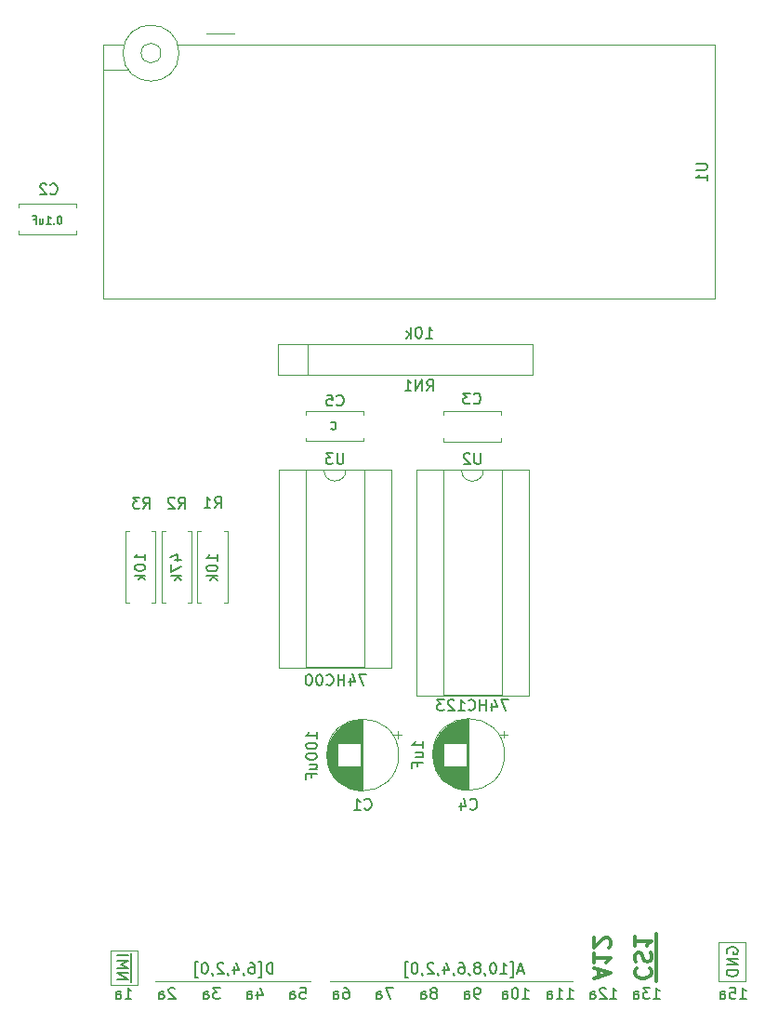
<source format=gbr>
G04 #@! TF.GenerationSoftware,KiCad,Pcbnew,(6.0.9)*
G04 #@! TF.CreationDate,2023-08-06T15:24:48+02:00*
G04 #@! TF.ProjectId,p2000t-multicartridge-zif,70323030-3074-42d6-9d75-6c7469636172,rev?*
G04 #@! TF.SameCoordinates,Original*
G04 #@! TF.FileFunction,Legend,Bot*
G04 #@! TF.FilePolarity,Positive*
%FSLAX46Y46*%
G04 Gerber Fmt 4.6, Leading zero omitted, Abs format (unit mm)*
G04 Created by KiCad (PCBNEW (6.0.9)) date 2023-08-06 15:24:48*
%MOMM*%
%LPD*%
G01*
G04 APERTURE LIST*
%ADD10C,0.120000*%
%ADD11C,0.150000*%
%ADD12C,0.300000*%
%ADD13C,2.000000*%
%ADD14R,1.600000X1.600000*%
%ADD15O,1.600000X1.600000*%
%ADD16C,1.600000*%
%ADD17R,2.000000X10.000000*%
%ADD18R,1.440000X2.000000*%
%ADD19O,1.440000X2.000000*%
G04 APERTURE END LIST*
D10*
X96251000Y-131445000D02*
X74153000Y-131445000D01*
X72375000Y-131445000D02*
X58278000Y-131445000D01*
X54197000Y-131745000D02*
X54197000Y-128645000D01*
X111999000Y-131451000D02*
X109586000Y-131451000D01*
X111999000Y-127895000D02*
X111999000Y-131451000D01*
X109586000Y-127895000D02*
X111999000Y-127895000D01*
X109586000Y-131451000D02*
X109586000Y-127895000D01*
X56647000Y-131745000D02*
X54197000Y-131745000D01*
X54197000Y-128645000D02*
X56647000Y-128645000D01*
X56647000Y-128645000D02*
X56647000Y-131745000D01*
D11*
X111498857Y-133040380D02*
X112070285Y-133040380D01*
X111784571Y-133040380D02*
X111784571Y-132040380D01*
X111879809Y-132183238D01*
X111975047Y-132278476D01*
X112070285Y-132326095D01*
X110594095Y-132040380D02*
X111070285Y-132040380D01*
X111117904Y-132516571D01*
X111070285Y-132468952D01*
X110975047Y-132421333D01*
X110736952Y-132421333D01*
X110641714Y-132468952D01*
X110594095Y-132516571D01*
X110546476Y-132611809D01*
X110546476Y-132849904D01*
X110594095Y-132945142D01*
X110641714Y-132992761D01*
X110736952Y-133040380D01*
X110975047Y-133040380D01*
X111070285Y-132992761D01*
X111117904Y-132945142D01*
X109689333Y-133040380D02*
X109689333Y-132516571D01*
X109736952Y-132421333D01*
X109832190Y-132373714D01*
X110022666Y-132373714D01*
X110117904Y-132421333D01*
X109689333Y-132992761D02*
X109784571Y-133040380D01*
X110022666Y-133040380D01*
X110117904Y-132992761D01*
X110165523Y-132897523D01*
X110165523Y-132802285D01*
X110117904Y-132707047D01*
X110022666Y-132659428D01*
X109784571Y-132659428D01*
X109689333Y-132611809D01*
D12*
X103846000Y-131464571D02*
X103846000Y-129964571D01*
X102065285Y-130250285D02*
X101993857Y-130321714D01*
X101922428Y-130536000D01*
X101922428Y-130678857D01*
X101993857Y-130893142D01*
X102136714Y-131036000D01*
X102279571Y-131107428D01*
X102565285Y-131178857D01*
X102779571Y-131178857D01*
X103065285Y-131107428D01*
X103208142Y-131036000D01*
X103351000Y-130893142D01*
X103422428Y-130678857D01*
X103422428Y-130536000D01*
X103351000Y-130321714D01*
X103279571Y-130250285D01*
X103846000Y-129964571D02*
X103846000Y-128536000D01*
X101993857Y-129678857D02*
X101922428Y-129464571D01*
X101922428Y-129107428D01*
X101993857Y-128964571D01*
X102065285Y-128893142D01*
X102208142Y-128821714D01*
X102351000Y-128821714D01*
X102493857Y-128893142D01*
X102565285Y-128964571D01*
X102636714Y-129107428D01*
X102708142Y-129393142D01*
X102779571Y-129536000D01*
X102851000Y-129607428D01*
X102993857Y-129678857D01*
X103136714Y-129678857D01*
X103279571Y-129607428D01*
X103351000Y-129536000D01*
X103422428Y-129393142D01*
X103422428Y-129036000D01*
X103351000Y-128821714D01*
X103846000Y-128536000D02*
X103846000Y-127107428D01*
X101922428Y-127393142D02*
X101922428Y-128250285D01*
X101922428Y-127821714D02*
X103422428Y-127821714D01*
X103208142Y-127964571D01*
X103065285Y-128107428D01*
X102993857Y-128250285D01*
X98668000Y-131071714D02*
X98668000Y-130357428D01*
X98239428Y-131214571D02*
X99739428Y-130714571D01*
X98239428Y-130214571D01*
X98239428Y-128928857D02*
X98239428Y-129786000D01*
X98239428Y-129357428D02*
X99739428Y-129357428D01*
X99525142Y-129500285D01*
X99382285Y-129643142D01*
X99310857Y-129786000D01*
X99596571Y-128357428D02*
X99668000Y-128286000D01*
X99739428Y-128143142D01*
X99739428Y-127786000D01*
X99668000Y-127643142D01*
X99596571Y-127571714D01*
X99453714Y-127500285D01*
X99310857Y-127500285D01*
X99096571Y-127571714D01*
X98239428Y-128428857D01*
X98239428Y-127500285D01*
D11*
X91773571Y-130468666D02*
X91297380Y-130468666D01*
X91868809Y-130754380D02*
X91535476Y-129754380D01*
X91202142Y-130754380D01*
X90583095Y-131087714D02*
X90821190Y-131087714D01*
X90821190Y-129659142D01*
X90583095Y-129659142D01*
X89678333Y-130754380D02*
X90249761Y-130754380D01*
X89964047Y-130754380D02*
X89964047Y-129754380D01*
X90059285Y-129897238D01*
X90154523Y-129992476D01*
X90249761Y-130040095D01*
X89059285Y-129754380D02*
X88964047Y-129754380D01*
X88868809Y-129802000D01*
X88821190Y-129849619D01*
X88773571Y-129944857D01*
X88725952Y-130135333D01*
X88725952Y-130373428D01*
X88773571Y-130563904D01*
X88821190Y-130659142D01*
X88868809Y-130706761D01*
X88964047Y-130754380D01*
X89059285Y-130754380D01*
X89154523Y-130706761D01*
X89202142Y-130659142D01*
X89249761Y-130563904D01*
X89297380Y-130373428D01*
X89297380Y-130135333D01*
X89249761Y-129944857D01*
X89202142Y-129849619D01*
X89154523Y-129802000D01*
X89059285Y-129754380D01*
X88249761Y-130706761D02*
X88249761Y-130754380D01*
X88297380Y-130849619D01*
X88345000Y-130897238D01*
X87678333Y-130182952D02*
X87773571Y-130135333D01*
X87821190Y-130087714D01*
X87868809Y-129992476D01*
X87868809Y-129944857D01*
X87821190Y-129849619D01*
X87773571Y-129802000D01*
X87678333Y-129754380D01*
X87487857Y-129754380D01*
X87392619Y-129802000D01*
X87345000Y-129849619D01*
X87297380Y-129944857D01*
X87297380Y-129992476D01*
X87345000Y-130087714D01*
X87392619Y-130135333D01*
X87487857Y-130182952D01*
X87678333Y-130182952D01*
X87773571Y-130230571D01*
X87821190Y-130278190D01*
X87868809Y-130373428D01*
X87868809Y-130563904D01*
X87821190Y-130659142D01*
X87773571Y-130706761D01*
X87678333Y-130754380D01*
X87487857Y-130754380D01*
X87392619Y-130706761D01*
X87345000Y-130659142D01*
X87297380Y-130563904D01*
X87297380Y-130373428D01*
X87345000Y-130278190D01*
X87392619Y-130230571D01*
X87487857Y-130182952D01*
X86821190Y-130706761D02*
X86821190Y-130754380D01*
X86868809Y-130849619D01*
X86916428Y-130897238D01*
X85964047Y-129754380D02*
X86154523Y-129754380D01*
X86249761Y-129802000D01*
X86297380Y-129849619D01*
X86392619Y-129992476D01*
X86440238Y-130182952D01*
X86440238Y-130563904D01*
X86392619Y-130659142D01*
X86345000Y-130706761D01*
X86249761Y-130754380D01*
X86059285Y-130754380D01*
X85964047Y-130706761D01*
X85916428Y-130659142D01*
X85868809Y-130563904D01*
X85868809Y-130325809D01*
X85916428Y-130230571D01*
X85964047Y-130182952D01*
X86059285Y-130135333D01*
X86249761Y-130135333D01*
X86345000Y-130182952D01*
X86392619Y-130230571D01*
X86440238Y-130325809D01*
X85392619Y-130706761D02*
X85392619Y-130754380D01*
X85440238Y-130849619D01*
X85487857Y-130897238D01*
X84535476Y-130087714D02*
X84535476Y-130754380D01*
X84773571Y-129706761D02*
X85011666Y-130421047D01*
X84392619Y-130421047D01*
X83964047Y-130706761D02*
X83964047Y-130754380D01*
X84011666Y-130849619D01*
X84059285Y-130897238D01*
X83583095Y-129849619D02*
X83535476Y-129802000D01*
X83440238Y-129754380D01*
X83202142Y-129754380D01*
X83106904Y-129802000D01*
X83059285Y-129849619D01*
X83011666Y-129944857D01*
X83011666Y-130040095D01*
X83059285Y-130182952D01*
X83630714Y-130754380D01*
X83011666Y-130754380D01*
X82535476Y-130706761D02*
X82535476Y-130754380D01*
X82583095Y-130849619D01*
X82630714Y-130897238D01*
X81916428Y-129754380D02*
X81821190Y-129754380D01*
X81725952Y-129802000D01*
X81678333Y-129849619D01*
X81630714Y-129944857D01*
X81583095Y-130135333D01*
X81583095Y-130373428D01*
X81630714Y-130563904D01*
X81678333Y-130659142D01*
X81725952Y-130706761D01*
X81821190Y-130754380D01*
X81916428Y-130754380D01*
X82011666Y-130706761D01*
X82059285Y-130659142D01*
X82106904Y-130563904D01*
X82154523Y-130373428D01*
X82154523Y-130135333D01*
X82106904Y-129944857D01*
X82059285Y-129849619D01*
X82011666Y-129802000D01*
X81916428Y-129754380D01*
X81249761Y-131087714D02*
X81011666Y-131087714D01*
X81011666Y-129659142D01*
X81249761Y-129659142D01*
X68937619Y-130754380D02*
X68937619Y-129754380D01*
X68699523Y-129754380D01*
X68556666Y-129802000D01*
X68461428Y-129897238D01*
X68413809Y-129992476D01*
X68366190Y-130182952D01*
X68366190Y-130325809D01*
X68413809Y-130516285D01*
X68461428Y-130611523D01*
X68556666Y-130706761D01*
X68699523Y-130754380D01*
X68937619Y-130754380D01*
X67651904Y-131087714D02*
X67890000Y-131087714D01*
X67890000Y-129659142D01*
X67651904Y-129659142D01*
X66842380Y-129754380D02*
X67032857Y-129754380D01*
X67128095Y-129802000D01*
X67175714Y-129849619D01*
X67270952Y-129992476D01*
X67318571Y-130182952D01*
X67318571Y-130563904D01*
X67270952Y-130659142D01*
X67223333Y-130706761D01*
X67128095Y-130754380D01*
X66937619Y-130754380D01*
X66842380Y-130706761D01*
X66794761Y-130659142D01*
X66747142Y-130563904D01*
X66747142Y-130325809D01*
X66794761Y-130230571D01*
X66842380Y-130182952D01*
X66937619Y-130135333D01*
X67128095Y-130135333D01*
X67223333Y-130182952D01*
X67270952Y-130230571D01*
X67318571Y-130325809D01*
X66270952Y-130706761D02*
X66270952Y-130754380D01*
X66318571Y-130849619D01*
X66366190Y-130897238D01*
X65413809Y-130087714D02*
X65413809Y-130754380D01*
X65651904Y-129706761D02*
X65890000Y-130421047D01*
X65270952Y-130421047D01*
X64842380Y-130706761D02*
X64842380Y-130754380D01*
X64890000Y-130849619D01*
X64937619Y-130897238D01*
X64461428Y-129849619D02*
X64413809Y-129802000D01*
X64318571Y-129754380D01*
X64080476Y-129754380D01*
X63985238Y-129802000D01*
X63937619Y-129849619D01*
X63890000Y-129944857D01*
X63890000Y-130040095D01*
X63937619Y-130182952D01*
X64509047Y-130754380D01*
X63890000Y-130754380D01*
X63413809Y-130706761D02*
X63413809Y-130754380D01*
X63461428Y-130849619D01*
X63509047Y-130897238D01*
X62794761Y-129754380D02*
X62699523Y-129754380D01*
X62604285Y-129802000D01*
X62556666Y-129849619D01*
X62509047Y-129944857D01*
X62461428Y-130135333D01*
X62461428Y-130373428D01*
X62509047Y-130563904D01*
X62556666Y-130659142D01*
X62604285Y-130706761D01*
X62699523Y-130754380D01*
X62794761Y-130754380D01*
X62890000Y-130706761D01*
X62937619Y-130659142D01*
X62985238Y-130563904D01*
X63032857Y-130373428D01*
X63032857Y-130135333D01*
X62985238Y-129944857D01*
X62937619Y-129849619D01*
X62890000Y-129802000D01*
X62794761Y-129754380D01*
X62128095Y-131087714D02*
X61890000Y-131087714D01*
X61890000Y-129659142D01*
X62128095Y-129659142D01*
X55510666Y-133040380D02*
X56082095Y-133040380D01*
X55796380Y-133040380D02*
X55796380Y-132040380D01*
X55891619Y-132183238D01*
X55986857Y-132278476D01*
X56082095Y-132326095D01*
X54653523Y-133040380D02*
X54653523Y-132516571D01*
X54701142Y-132421333D01*
X54796380Y-132373714D01*
X54986857Y-132373714D01*
X55082095Y-132421333D01*
X54653523Y-132992761D02*
X54748761Y-133040380D01*
X54986857Y-133040380D01*
X55082095Y-132992761D01*
X55129714Y-132897523D01*
X55129714Y-132802285D01*
X55082095Y-132707047D01*
X54986857Y-132659428D01*
X54748761Y-132659428D01*
X54653523Y-132611809D01*
X56077000Y-131528333D02*
X56077000Y-130480714D01*
X54794619Y-131290238D02*
X55794619Y-131290238D01*
X54794619Y-130718809D01*
X55794619Y-130718809D01*
X56077000Y-130480714D02*
X56077000Y-129337857D01*
X54794619Y-130242619D02*
X55794619Y-130242619D01*
X55080333Y-129909285D01*
X55794619Y-129575952D01*
X54794619Y-129575952D01*
X56077000Y-129337857D02*
X56077000Y-128861666D01*
X54794619Y-129099761D02*
X55794619Y-129099761D01*
X110356000Y-128911095D02*
X110308380Y-128815857D01*
X110308380Y-128673000D01*
X110356000Y-128530142D01*
X110451238Y-128434904D01*
X110546476Y-128387285D01*
X110736952Y-128339666D01*
X110879809Y-128339666D01*
X111070285Y-128387285D01*
X111165523Y-128434904D01*
X111260761Y-128530142D01*
X111308380Y-128673000D01*
X111308380Y-128768238D01*
X111260761Y-128911095D01*
X111213142Y-128958714D01*
X110879809Y-128958714D01*
X110879809Y-128768238D01*
X111308380Y-129387285D02*
X110308380Y-129387285D01*
X111308380Y-129958714D01*
X110308380Y-129958714D01*
X111308380Y-130434904D02*
X110308380Y-130434904D01*
X110308380Y-130673000D01*
X110356000Y-130815857D01*
X110451238Y-130911095D01*
X110546476Y-130958714D01*
X110736952Y-131006333D01*
X110879809Y-131006333D01*
X111070285Y-130958714D01*
X111165523Y-130911095D01*
X111260761Y-130815857D01*
X111308380Y-130673000D01*
X111308380Y-130434904D01*
X99687857Y-133040380D02*
X100259285Y-133040380D01*
X99973571Y-133040380D02*
X99973571Y-132040380D01*
X100068809Y-132183238D01*
X100164047Y-132278476D01*
X100259285Y-132326095D01*
X99306904Y-132135619D02*
X99259285Y-132088000D01*
X99164047Y-132040380D01*
X98925952Y-132040380D01*
X98830714Y-132088000D01*
X98783095Y-132135619D01*
X98735476Y-132230857D01*
X98735476Y-132326095D01*
X98783095Y-132468952D01*
X99354523Y-133040380D01*
X98735476Y-133040380D01*
X97878333Y-133040380D02*
X97878333Y-132516571D01*
X97925952Y-132421333D01*
X98021190Y-132373714D01*
X98211666Y-132373714D01*
X98306904Y-132421333D01*
X97878333Y-132992761D02*
X97973571Y-133040380D01*
X98211666Y-133040380D01*
X98306904Y-132992761D01*
X98354523Y-132897523D01*
X98354523Y-132802285D01*
X98306904Y-132707047D01*
X98211666Y-132659428D01*
X97973571Y-132659428D01*
X97878333Y-132611809D01*
X71446285Y-132040380D02*
X71922476Y-132040380D01*
X71970095Y-132516571D01*
X71922476Y-132468952D01*
X71827238Y-132421333D01*
X71589142Y-132421333D01*
X71493904Y-132468952D01*
X71446285Y-132516571D01*
X71398666Y-132611809D01*
X71398666Y-132849904D01*
X71446285Y-132945142D01*
X71493904Y-132992761D01*
X71589142Y-133040380D01*
X71827238Y-133040380D01*
X71922476Y-132992761D01*
X71970095Y-132945142D01*
X70541523Y-133040380D02*
X70541523Y-132516571D01*
X70589142Y-132421333D01*
X70684380Y-132373714D01*
X70874857Y-132373714D01*
X70970095Y-132421333D01*
X70541523Y-132992761D02*
X70636761Y-133040380D01*
X70874857Y-133040380D01*
X70970095Y-132992761D01*
X71017714Y-132897523D01*
X71017714Y-132802285D01*
X70970095Y-132707047D01*
X70874857Y-132659428D01*
X70636761Y-132659428D01*
X70541523Y-132611809D01*
X64143714Y-132040380D02*
X63524666Y-132040380D01*
X63858000Y-132421333D01*
X63715142Y-132421333D01*
X63619904Y-132468952D01*
X63572285Y-132516571D01*
X63524666Y-132611809D01*
X63524666Y-132849904D01*
X63572285Y-132945142D01*
X63619904Y-132992761D01*
X63715142Y-133040380D01*
X64000857Y-133040380D01*
X64096095Y-132992761D01*
X64143714Y-132945142D01*
X62667523Y-133040380D02*
X62667523Y-132516571D01*
X62715142Y-132421333D01*
X62810380Y-132373714D01*
X63000857Y-132373714D01*
X63096095Y-132421333D01*
X62667523Y-132992761D02*
X62762761Y-133040380D01*
X63000857Y-133040380D01*
X63096095Y-132992761D01*
X63143714Y-132897523D01*
X63143714Y-132802285D01*
X63096095Y-132707047D01*
X63000857Y-132659428D01*
X62762761Y-132659428D01*
X62667523Y-132611809D01*
X103624857Y-133040380D02*
X104196285Y-133040380D01*
X103910571Y-133040380D02*
X103910571Y-132040380D01*
X104005809Y-132183238D01*
X104101047Y-132278476D01*
X104196285Y-132326095D01*
X103291523Y-132040380D02*
X102672476Y-132040380D01*
X103005809Y-132421333D01*
X102862952Y-132421333D01*
X102767714Y-132468952D01*
X102720095Y-132516571D01*
X102672476Y-132611809D01*
X102672476Y-132849904D01*
X102720095Y-132945142D01*
X102767714Y-132992761D01*
X102862952Y-133040380D01*
X103148666Y-133040380D01*
X103243904Y-132992761D01*
X103291523Y-132945142D01*
X101815333Y-133040380D02*
X101815333Y-132516571D01*
X101862952Y-132421333D01*
X101958190Y-132373714D01*
X102148666Y-132373714D01*
X102243904Y-132421333D01*
X101815333Y-132992761D02*
X101910571Y-133040380D01*
X102148666Y-133040380D01*
X102243904Y-132992761D01*
X102291523Y-132897523D01*
X102291523Y-132802285D01*
X102243904Y-132707047D01*
X102148666Y-132659428D01*
X101910571Y-132659428D01*
X101815333Y-132611809D01*
X91686857Y-133040380D02*
X92258285Y-133040380D01*
X91972571Y-133040380D02*
X91972571Y-132040380D01*
X92067809Y-132183238D01*
X92163047Y-132278476D01*
X92258285Y-132326095D01*
X91067809Y-132040380D02*
X90972571Y-132040380D01*
X90877333Y-132088000D01*
X90829714Y-132135619D01*
X90782095Y-132230857D01*
X90734476Y-132421333D01*
X90734476Y-132659428D01*
X90782095Y-132849904D01*
X90829714Y-132945142D01*
X90877333Y-132992761D01*
X90972571Y-133040380D01*
X91067809Y-133040380D01*
X91163047Y-132992761D01*
X91210666Y-132945142D01*
X91258285Y-132849904D01*
X91305904Y-132659428D01*
X91305904Y-132421333D01*
X91258285Y-132230857D01*
X91210666Y-132135619D01*
X91163047Y-132088000D01*
X91067809Y-132040380D01*
X89877333Y-133040380D02*
X89877333Y-132516571D01*
X89924952Y-132421333D01*
X90020190Y-132373714D01*
X90210666Y-132373714D01*
X90305904Y-132421333D01*
X89877333Y-132992761D02*
X89972571Y-133040380D01*
X90210666Y-133040380D01*
X90305904Y-132992761D01*
X90353523Y-132897523D01*
X90353523Y-132802285D01*
X90305904Y-132707047D01*
X90210666Y-132659428D01*
X89972571Y-132659428D01*
X89877333Y-132611809D01*
X75430904Y-132040380D02*
X75621380Y-132040380D01*
X75716619Y-132088000D01*
X75764238Y-132135619D01*
X75859476Y-132278476D01*
X75907095Y-132468952D01*
X75907095Y-132849904D01*
X75859476Y-132945142D01*
X75811857Y-132992761D01*
X75716619Y-133040380D01*
X75526142Y-133040380D01*
X75430904Y-132992761D01*
X75383285Y-132945142D01*
X75335666Y-132849904D01*
X75335666Y-132611809D01*
X75383285Y-132516571D01*
X75430904Y-132468952D01*
X75526142Y-132421333D01*
X75716619Y-132421333D01*
X75811857Y-132468952D01*
X75859476Y-132516571D01*
X75907095Y-132611809D01*
X74478523Y-133040380D02*
X74478523Y-132516571D01*
X74526142Y-132421333D01*
X74621380Y-132373714D01*
X74811857Y-132373714D01*
X74907095Y-132421333D01*
X74478523Y-132992761D02*
X74573761Y-133040380D01*
X74811857Y-133040380D01*
X74907095Y-132992761D01*
X74954714Y-132897523D01*
X74954714Y-132802285D01*
X74907095Y-132707047D01*
X74811857Y-132659428D01*
X74573761Y-132659428D01*
X74478523Y-132611809D01*
X83717619Y-132468952D02*
X83812857Y-132421333D01*
X83860476Y-132373714D01*
X83908095Y-132278476D01*
X83908095Y-132230857D01*
X83860476Y-132135619D01*
X83812857Y-132088000D01*
X83717619Y-132040380D01*
X83527142Y-132040380D01*
X83431904Y-132088000D01*
X83384285Y-132135619D01*
X83336666Y-132230857D01*
X83336666Y-132278476D01*
X83384285Y-132373714D01*
X83431904Y-132421333D01*
X83527142Y-132468952D01*
X83717619Y-132468952D01*
X83812857Y-132516571D01*
X83860476Y-132564190D01*
X83908095Y-132659428D01*
X83908095Y-132849904D01*
X83860476Y-132945142D01*
X83812857Y-132992761D01*
X83717619Y-133040380D01*
X83527142Y-133040380D01*
X83431904Y-132992761D01*
X83384285Y-132945142D01*
X83336666Y-132849904D01*
X83336666Y-132659428D01*
X83384285Y-132564190D01*
X83431904Y-132516571D01*
X83527142Y-132468952D01*
X82479523Y-133040380D02*
X82479523Y-132516571D01*
X82527142Y-132421333D01*
X82622380Y-132373714D01*
X82812857Y-132373714D01*
X82908095Y-132421333D01*
X82479523Y-132992761D02*
X82574761Y-133040380D01*
X82812857Y-133040380D01*
X82908095Y-132992761D01*
X82955714Y-132897523D01*
X82955714Y-132802285D01*
X82908095Y-132707047D01*
X82812857Y-132659428D01*
X82574761Y-132659428D01*
X82479523Y-132611809D01*
X67556904Y-132373714D02*
X67556904Y-133040380D01*
X67795000Y-131992761D02*
X68033095Y-132707047D01*
X67414047Y-132707047D01*
X66604523Y-133040380D02*
X66604523Y-132516571D01*
X66652142Y-132421333D01*
X66747380Y-132373714D01*
X66937857Y-132373714D01*
X67033095Y-132421333D01*
X66604523Y-132992761D02*
X66699761Y-133040380D01*
X66937857Y-133040380D01*
X67033095Y-132992761D01*
X67080714Y-132897523D01*
X67080714Y-132802285D01*
X67033095Y-132707047D01*
X66937857Y-132659428D01*
X66699761Y-132659428D01*
X66604523Y-132611809D01*
X60032095Y-132135619D02*
X59984476Y-132088000D01*
X59889238Y-132040380D01*
X59651142Y-132040380D01*
X59555904Y-132088000D01*
X59508285Y-132135619D01*
X59460666Y-132230857D01*
X59460666Y-132326095D01*
X59508285Y-132468952D01*
X60079714Y-133040380D01*
X59460666Y-133040380D01*
X58603523Y-133040380D02*
X58603523Y-132516571D01*
X58651142Y-132421333D01*
X58746380Y-132373714D01*
X58936857Y-132373714D01*
X59032095Y-132421333D01*
X58603523Y-132992761D02*
X58698761Y-133040380D01*
X58936857Y-133040380D01*
X59032095Y-132992761D01*
X59079714Y-132897523D01*
X59079714Y-132802285D01*
X59032095Y-132707047D01*
X58936857Y-132659428D01*
X58698761Y-132659428D01*
X58603523Y-132611809D01*
X79891714Y-132040380D02*
X79225047Y-132040380D01*
X79653619Y-133040380D01*
X78415523Y-133040380D02*
X78415523Y-132516571D01*
X78463142Y-132421333D01*
X78558380Y-132373714D01*
X78748857Y-132373714D01*
X78844095Y-132421333D01*
X78415523Y-132992761D02*
X78510761Y-133040380D01*
X78748857Y-133040380D01*
X78844095Y-132992761D01*
X78891714Y-132897523D01*
X78891714Y-132802285D01*
X78844095Y-132707047D01*
X78748857Y-132659428D01*
X78510761Y-132659428D01*
X78415523Y-132611809D01*
X95750857Y-133040380D02*
X96322285Y-133040380D01*
X96036571Y-133040380D02*
X96036571Y-132040380D01*
X96131809Y-132183238D01*
X96227047Y-132278476D01*
X96322285Y-132326095D01*
X94798476Y-133040380D02*
X95369904Y-133040380D01*
X95084190Y-133040380D02*
X95084190Y-132040380D01*
X95179428Y-132183238D01*
X95274666Y-132278476D01*
X95369904Y-132326095D01*
X93941333Y-133040380D02*
X93941333Y-132516571D01*
X93988952Y-132421333D01*
X94084190Y-132373714D01*
X94274666Y-132373714D01*
X94369904Y-132421333D01*
X93941333Y-132992761D02*
X94036571Y-133040380D01*
X94274666Y-133040380D01*
X94369904Y-132992761D01*
X94417523Y-132897523D01*
X94417523Y-132802285D01*
X94369904Y-132707047D01*
X94274666Y-132659428D01*
X94036571Y-132659428D01*
X93941333Y-132611809D01*
X87749857Y-133040380D02*
X87559380Y-133040380D01*
X87464142Y-132992761D01*
X87416523Y-132945142D01*
X87321285Y-132802285D01*
X87273666Y-132611809D01*
X87273666Y-132230857D01*
X87321285Y-132135619D01*
X87368904Y-132088000D01*
X87464142Y-132040380D01*
X87654619Y-132040380D01*
X87749857Y-132088000D01*
X87797476Y-132135619D01*
X87845095Y-132230857D01*
X87845095Y-132468952D01*
X87797476Y-132564190D01*
X87749857Y-132611809D01*
X87654619Y-132659428D01*
X87464142Y-132659428D01*
X87368904Y-132611809D01*
X87321285Y-132564190D01*
X87273666Y-132468952D01*
X86416523Y-133040380D02*
X86416523Y-132516571D01*
X86464142Y-132421333D01*
X86559380Y-132373714D01*
X86749857Y-132373714D01*
X86845095Y-132421333D01*
X86416523Y-132992761D02*
X86511761Y-133040380D01*
X86749857Y-133040380D01*
X86845095Y-132992761D01*
X86892714Y-132897523D01*
X86892714Y-132802285D01*
X86845095Y-132707047D01*
X86749857Y-132659428D01*
X86511761Y-132659428D01*
X86416523Y-132611809D01*
X75372904Y-83359380D02*
X75372904Y-84168904D01*
X75325285Y-84264142D01*
X75277666Y-84311761D01*
X75182428Y-84359380D01*
X74991952Y-84359380D01*
X74896714Y-84311761D01*
X74849095Y-84264142D01*
X74801476Y-84168904D01*
X74801476Y-83359380D01*
X74420523Y-83359380D02*
X73801476Y-83359380D01*
X74134809Y-83740333D01*
X73991952Y-83740333D01*
X73896714Y-83787952D01*
X73849095Y-83835571D01*
X73801476Y-83930809D01*
X73801476Y-84168904D01*
X73849095Y-84264142D01*
X73896714Y-84311761D01*
X73991952Y-84359380D01*
X74277666Y-84359380D01*
X74372904Y-84311761D01*
X74420523Y-84264142D01*
X77468714Y-103497380D02*
X76802047Y-103497380D01*
X77230619Y-104497380D01*
X75992523Y-103830714D02*
X75992523Y-104497380D01*
X76230619Y-103449761D02*
X76468714Y-104164047D01*
X75849666Y-104164047D01*
X75468714Y-104497380D02*
X75468714Y-103497380D01*
X75468714Y-103973571D02*
X74897285Y-103973571D01*
X74897285Y-104497380D02*
X74897285Y-103497380D01*
X73849666Y-104402142D02*
X73897285Y-104449761D01*
X74040142Y-104497380D01*
X74135380Y-104497380D01*
X74278238Y-104449761D01*
X74373476Y-104354523D01*
X74421095Y-104259285D01*
X74468714Y-104068809D01*
X74468714Y-103925952D01*
X74421095Y-103735476D01*
X74373476Y-103640238D01*
X74278238Y-103545000D01*
X74135380Y-103497380D01*
X74040142Y-103497380D01*
X73897285Y-103545000D01*
X73849666Y-103592619D01*
X73230619Y-103497380D02*
X73135380Y-103497380D01*
X73040142Y-103545000D01*
X72992523Y-103592619D01*
X72944904Y-103687857D01*
X72897285Y-103878333D01*
X72897285Y-104116428D01*
X72944904Y-104306904D01*
X72992523Y-104402142D01*
X73040142Y-104449761D01*
X73135380Y-104497380D01*
X73230619Y-104497380D01*
X73325857Y-104449761D01*
X73373476Y-104402142D01*
X73421095Y-104306904D01*
X73468714Y-104116428D01*
X73468714Y-103878333D01*
X73421095Y-103687857D01*
X73373476Y-103592619D01*
X73325857Y-103545000D01*
X73230619Y-103497380D01*
X72278238Y-103497380D02*
X72183000Y-103497380D01*
X72087761Y-103545000D01*
X72040142Y-103592619D01*
X71992523Y-103687857D01*
X71944904Y-103878333D01*
X71944904Y-104116428D01*
X71992523Y-104306904D01*
X72040142Y-104402142D01*
X72087761Y-104449761D01*
X72183000Y-104497380D01*
X72278238Y-104497380D01*
X72373476Y-104449761D01*
X72421095Y-104402142D01*
X72468714Y-104306904D01*
X72516333Y-104116428D01*
X72516333Y-103878333D01*
X72468714Y-103687857D01*
X72421095Y-103592619D01*
X72373476Y-103545000D01*
X72278238Y-103497380D01*
X74777666Y-78974142D02*
X74825285Y-79021761D01*
X74968142Y-79069380D01*
X75063380Y-79069380D01*
X75206238Y-79021761D01*
X75301476Y-78926523D01*
X75349095Y-78831285D01*
X75396714Y-78640809D01*
X75396714Y-78497952D01*
X75349095Y-78307476D01*
X75301476Y-78212238D01*
X75206238Y-78117000D01*
X75063380Y-78069380D01*
X74968142Y-78069380D01*
X74825285Y-78117000D01*
X74777666Y-78164619D01*
X73872904Y-78069380D02*
X74349095Y-78069380D01*
X74396714Y-78545571D01*
X74349095Y-78497952D01*
X74253857Y-78450333D01*
X74015761Y-78450333D01*
X73920523Y-78497952D01*
X73872904Y-78545571D01*
X73825285Y-78640809D01*
X73825285Y-78878904D01*
X73872904Y-78974142D01*
X73920523Y-79021761D01*
X74015761Y-79069380D01*
X74253857Y-79069380D01*
X74349095Y-79021761D01*
X74396714Y-78974142D01*
X74267333Y-81153000D02*
X74300666Y-81186333D01*
X74400666Y-81219666D01*
X74467333Y-81219666D01*
X74567333Y-81186333D01*
X74634000Y-81119666D01*
X74667333Y-81053000D01*
X74700666Y-80919666D01*
X74700666Y-80819666D01*
X74667333Y-80686333D01*
X74634000Y-80619666D01*
X74567333Y-80553000D01*
X74467333Y-80519666D01*
X74400666Y-80519666D01*
X74300666Y-80553000D01*
X74267333Y-80586333D01*
X48700666Y-59735142D02*
X48748285Y-59782761D01*
X48891142Y-59830380D01*
X48986380Y-59830380D01*
X49129238Y-59782761D01*
X49224476Y-59687523D01*
X49272095Y-59592285D01*
X49319714Y-59401809D01*
X49319714Y-59258952D01*
X49272095Y-59068476D01*
X49224476Y-58973238D01*
X49129238Y-58878000D01*
X48986380Y-58830380D01*
X48891142Y-58830380D01*
X48748285Y-58878000D01*
X48700666Y-58925619D01*
X48319714Y-58925619D02*
X48272095Y-58878000D01*
X48176857Y-58830380D01*
X47938761Y-58830380D01*
X47843523Y-58878000D01*
X47795904Y-58925619D01*
X47748285Y-59020857D01*
X47748285Y-59116095D01*
X47795904Y-59258952D01*
X48367333Y-59830380D01*
X47748285Y-59830380D01*
X49557000Y-61788666D02*
X49490333Y-61788666D01*
X49423666Y-61822000D01*
X49390333Y-61855333D01*
X49357000Y-61922000D01*
X49323666Y-62055333D01*
X49323666Y-62222000D01*
X49357000Y-62355333D01*
X49390333Y-62422000D01*
X49423666Y-62455333D01*
X49490333Y-62488666D01*
X49557000Y-62488666D01*
X49623666Y-62455333D01*
X49657000Y-62422000D01*
X49690333Y-62355333D01*
X49723666Y-62222000D01*
X49723666Y-62055333D01*
X49690333Y-61922000D01*
X49657000Y-61855333D01*
X49623666Y-61822000D01*
X49557000Y-61788666D01*
X49023666Y-62422000D02*
X48990333Y-62455333D01*
X49023666Y-62488666D01*
X49057000Y-62455333D01*
X49023666Y-62422000D01*
X49023666Y-62488666D01*
X48323666Y-62488666D02*
X48723666Y-62488666D01*
X48523666Y-62488666D02*
X48523666Y-61788666D01*
X48590333Y-61888666D01*
X48657000Y-61955333D01*
X48723666Y-61988666D01*
X47723666Y-62022000D02*
X47723666Y-62488666D01*
X48023666Y-62022000D02*
X48023666Y-62388666D01*
X47990333Y-62455333D01*
X47923666Y-62488666D01*
X47823666Y-62488666D01*
X47757000Y-62455333D01*
X47723666Y-62422000D01*
X47157000Y-62122000D02*
X47390333Y-62122000D01*
X47390333Y-62488666D02*
X47390333Y-61788666D01*
X47057000Y-61788666D01*
X87898904Y-83367380D02*
X87898904Y-84176904D01*
X87851285Y-84272142D01*
X87803666Y-84319761D01*
X87708428Y-84367380D01*
X87517952Y-84367380D01*
X87422714Y-84319761D01*
X87375095Y-84272142D01*
X87327476Y-84176904D01*
X87327476Y-83367380D01*
X86898904Y-83462619D02*
X86851285Y-83415000D01*
X86756047Y-83367380D01*
X86517952Y-83367380D01*
X86422714Y-83415000D01*
X86375095Y-83462619D01*
X86327476Y-83557857D01*
X86327476Y-83653095D01*
X86375095Y-83795952D01*
X86946523Y-84367380D01*
X86327476Y-84367380D01*
X90398904Y-105807380D02*
X89732238Y-105807380D01*
X90160809Y-106807380D01*
X88922714Y-106140714D02*
X88922714Y-106807380D01*
X89160809Y-105759761D02*
X89398904Y-106474047D01*
X88779857Y-106474047D01*
X88398904Y-106807380D02*
X88398904Y-105807380D01*
X88398904Y-106283571D02*
X87827476Y-106283571D01*
X87827476Y-106807380D02*
X87827476Y-105807380D01*
X86779857Y-106712142D02*
X86827476Y-106759761D01*
X86970333Y-106807380D01*
X87065571Y-106807380D01*
X87208428Y-106759761D01*
X87303666Y-106664523D01*
X87351285Y-106569285D01*
X87398904Y-106378809D01*
X87398904Y-106235952D01*
X87351285Y-106045476D01*
X87303666Y-105950238D01*
X87208428Y-105855000D01*
X87065571Y-105807380D01*
X86970333Y-105807380D01*
X86827476Y-105855000D01*
X86779857Y-105902619D01*
X85827476Y-106807380D02*
X86398904Y-106807380D01*
X86113190Y-106807380D02*
X86113190Y-105807380D01*
X86208428Y-105950238D01*
X86303666Y-106045476D01*
X86398904Y-106093095D01*
X85446523Y-105902619D02*
X85398904Y-105855000D01*
X85303666Y-105807380D01*
X85065571Y-105807380D01*
X84970333Y-105855000D01*
X84922714Y-105902619D01*
X84875095Y-105997857D01*
X84875095Y-106093095D01*
X84922714Y-106235952D01*
X85494142Y-106807380D01*
X84875095Y-106807380D01*
X84541761Y-105807380D02*
X83922714Y-105807380D01*
X84256047Y-106188333D01*
X84113190Y-106188333D01*
X84017952Y-106235952D01*
X83970333Y-106283571D01*
X83922714Y-106378809D01*
X83922714Y-106616904D01*
X83970333Y-106712142D01*
X84017952Y-106759761D01*
X84113190Y-106807380D01*
X84398904Y-106807380D01*
X84494142Y-106759761D01*
X84541761Y-106712142D01*
X77313666Y-115732142D02*
X77361285Y-115779761D01*
X77504142Y-115827380D01*
X77599380Y-115827380D01*
X77742238Y-115779761D01*
X77837476Y-115684523D01*
X77885095Y-115589285D01*
X77932714Y-115398809D01*
X77932714Y-115255952D01*
X77885095Y-115065476D01*
X77837476Y-114970238D01*
X77742238Y-114875000D01*
X77599380Y-114827380D01*
X77504142Y-114827380D01*
X77361285Y-114875000D01*
X77313666Y-114922619D01*
X76361285Y-115827380D02*
X76932714Y-115827380D01*
X76647000Y-115827380D02*
X76647000Y-114827380D01*
X76742238Y-114970238D01*
X76837476Y-115065476D01*
X76932714Y-115113095D01*
X72979380Y-109347380D02*
X72979380Y-108775952D01*
X72979380Y-109061666D02*
X71979380Y-109061666D01*
X72122238Y-108966428D01*
X72217476Y-108871190D01*
X72265095Y-108775952D01*
X71979380Y-109966428D02*
X71979380Y-110061666D01*
X72027000Y-110156904D01*
X72074619Y-110204523D01*
X72169857Y-110252142D01*
X72360333Y-110299761D01*
X72598428Y-110299761D01*
X72788904Y-110252142D01*
X72884142Y-110204523D01*
X72931761Y-110156904D01*
X72979380Y-110061666D01*
X72979380Y-109966428D01*
X72931761Y-109871190D01*
X72884142Y-109823571D01*
X72788904Y-109775952D01*
X72598428Y-109728333D01*
X72360333Y-109728333D01*
X72169857Y-109775952D01*
X72074619Y-109823571D01*
X72027000Y-109871190D01*
X71979380Y-109966428D01*
X71979380Y-110918809D02*
X71979380Y-111014047D01*
X72027000Y-111109285D01*
X72074619Y-111156904D01*
X72169857Y-111204523D01*
X72360333Y-111252142D01*
X72598428Y-111252142D01*
X72788904Y-111204523D01*
X72884142Y-111156904D01*
X72931761Y-111109285D01*
X72979380Y-111014047D01*
X72979380Y-110918809D01*
X72931761Y-110823571D01*
X72884142Y-110775952D01*
X72788904Y-110728333D01*
X72598428Y-110680714D01*
X72360333Y-110680714D01*
X72169857Y-110728333D01*
X72074619Y-110775952D01*
X72027000Y-110823571D01*
X71979380Y-110918809D01*
X72312714Y-112109285D02*
X72979380Y-112109285D01*
X72312714Y-111680714D02*
X72836523Y-111680714D01*
X72931761Y-111728333D01*
X72979380Y-111823571D01*
X72979380Y-111966428D01*
X72931761Y-112061666D01*
X72884142Y-112109285D01*
X72455571Y-112918809D02*
X72455571Y-112585476D01*
X72979380Y-112585476D02*
X71979380Y-112585476D01*
X71979380Y-113061666D01*
X87263666Y-78802142D02*
X87311285Y-78849761D01*
X87454142Y-78897380D01*
X87549380Y-78897380D01*
X87692238Y-78849761D01*
X87787476Y-78754523D01*
X87835095Y-78659285D01*
X87882714Y-78468809D01*
X87882714Y-78325952D01*
X87835095Y-78135476D01*
X87787476Y-78040238D01*
X87692238Y-77945000D01*
X87549380Y-77897380D01*
X87454142Y-77897380D01*
X87311285Y-77945000D01*
X87263666Y-77992619D01*
X86930333Y-77897380D02*
X86311285Y-77897380D01*
X86644619Y-78278333D01*
X86501761Y-78278333D01*
X86406523Y-78325952D01*
X86358904Y-78373571D01*
X86311285Y-78468809D01*
X86311285Y-78706904D01*
X86358904Y-78802142D01*
X86406523Y-78849761D01*
X86501761Y-78897380D01*
X86787476Y-78897380D01*
X86882714Y-78849761D01*
X86930333Y-78802142D01*
X63663666Y-88357380D02*
X63997000Y-87881190D01*
X64235095Y-88357380D02*
X64235095Y-87357380D01*
X63854142Y-87357380D01*
X63758904Y-87405000D01*
X63711285Y-87452619D01*
X63663666Y-87547857D01*
X63663666Y-87690714D01*
X63711285Y-87785952D01*
X63758904Y-87833571D01*
X63854142Y-87881190D01*
X64235095Y-87881190D01*
X62711285Y-88357380D02*
X63282714Y-88357380D01*
X62997000Y-88357380D02*
X62997000Y-87357380D01*
X63092238Y-87500238D01*
X63187476Y-87595476D01*
X63282714Y-87643095D01*
X63899380Y-93175002D02*
X63899380Y-92603574D01*
X63899380Y-92889288D02*
X62899380Y-92889288D01*
X63042238Y-92794050D01*
X63137476Y-92698812D01*
X63185095Y-92603574D01*
X62899380Y-93794050D02*
X62899380Y-93889288D01*
X62947000Y-93984526D01*
X62994619Y-94032145D01*
X63089857Y-94079764D01*
X63280333Y-94127383D01*
X63518428Y-94127383D01*
X63708904Y-94079764D01*
X63804142Y-94032145D01*
X63851761Y-93984526D01*
X63899380Y-93889288D01*
X63899380Y-93794050D01*
X63851761Y-93698812D01*
X63804142Y-93651193D01*
X63708904Y-93603574D01*
X63518428Y-93555955D01*
X63280333Y-93555955D01*
X63089857Y-93603574D01*
X62994619Y-93651193D01*
X62947000Y-93698812D01*
X62899380Y-93794050D01*
X63899380Y-94555955D02*
X62899380Y-94555955D01*
X63518428Y-94651193D02*
X63899380Y-94936907D01*
X63232714Y-94936907D02*
X63613666Y-94555955D01*
X60363666Y-88407380D02*
X60697000Y-87931190D01*
X60935095Y-88407380D02*
X60935095Y-87407380D01*
X60554142Y-87407380D01*
X60458904Y-87455000D01*
X60411285Y-87502619D01*
X60363666Y-87597857D01*
X60363666Y-87740714D01*
X60411285Y-87835952D01*
X60458904Y-87883571D01*
X60554142Y-87931190D01*
X60935095Y-87931190D01*
X59982714Y-87502619D02*
X59935095Y-87455000D01*
X59839857Y-87407380D01*
X59601761Y-87407380D01*
X59506523Y-87455000D01*
X59458904Y-87502619D01*
X59411285Y-87597857D01*
X59411285Y-87693095D01*
X59458904Y-87835952D01*
X60030333Y-88407380D01*
X59411285Y-88407380D01*
X59982714Y-93054523D02*
X60649380Y-93054523D01*
X59601761Y-92816428D02*
X60316047Y-92578333D01*
X60316047Y-93197380D01*
X59649380Y-93483095D02*
X59649380Y-94149761D01*
X60649380Y-93721190D01*
X60649380Y-94530714D02*
X59649380Y-94530714D01*
X60268428Y-94625952D02*
X60649380Y-94911666D01*
X59982714Y-94911666D02*
X60363666Y-94530714D01*
X57163666Y-88407380D02*
X57497000Y-87931190D01*
X57735095Y-88407380D02*
X57735095Y-87407380D01*
X57354142Y-87407380D01*
X57258904Y-87455000D01*
X57211285Y-87502619D01*
X57163666Y-87597857D01*
X57163666Y-87740714D01*
X57211285Y-87835952D01*
X57258904Y-87883571D01*
X57354142Y-87931190D01*
X57735095Y-87931190D01*
X56830333Y-87407380D02*
X56211285Y-87407380D01*
X56544619Y-87788333D01*
X56401761Y-87788333D01*
X56306523Y-87835952D01*
X56258904Y-87883571D01*
X56211285Y-87978809D01*
X56211285Y-88216904D01*
X56258904Y-88312142D01*
X56306523Y-88359761D01*
X56401761Y-88407380D01*
X56687476Y-88407380D01*
X56782714Y-88359761D01*
X56830333Y-88312142D01*
X57349380Y-93114520D02*
X57349380Y-92543092D01*
X57349380Y-92828806D02*
X56349380Y-92828806D01*
X56492238Y-92733568D01*
X56587476Y-92638330D01*
X56635095Y-92543092D01*
X56349380Y-93733568D02*
X56349380Y-93828806D01*
X56397000Y-93924044D01*
X56444619Y-93971663D01*
X56539857Y-94019282D01*
X56730333Y-94066901D01*
X56968428Y-94066901D01*
X57158904Y-94019282D01*
X57254142Y-93971663D01*
X57301761Y-93924044D01*
X57349380Y-93828806D01*
X57349380Y-93733568D01*
X57301761Y-93638330D01*
X57254142Y-93590711D01*
X57158904Y-93543092D01*
X56968428Y-93495473D01*
X56730333Y-93495473D01*
X56539857Y-93543092D01*
X56444619Y-93590711D01*
X56397000Y-93638330D01*
X56349380Y-93733568D01*
X57349380Y-94495473D02*
X56349380Y-94495473D01*
X56968428Y-94590711D02*
X57349380Y-94876425D01*
X56682714Y-94876425D02*
X57063666Y-94495473D01*
X86939666Y-115732142D02*
X86987285Y-115779761D01*
X87130142Y-115827380D01*
X87225380Y-115827380D01*
X87368238Y-115779761D01*
X87463476Y-115684523D01*
X87511095Y-115589285D01*
X87558714Y-115398809D01*
X87558714Y-115255952D01*
X87511095Y-115065476D01*
X87463476Y-114970238D01*
X87368238Y-114875000D01*
X87225380Y-114827380D01*
X87130142Y-114827380D01*
X86987285Y-114875000D01*
X86939666Y-114922619D01*
X86082523Y-115160714D02*
X86082523Y-115827380D01*
X86320619Y-114779761D02*
X86558714Y-115494047D01*
X85939666Y-115494047D01*
X82653380Y-110207761D02*
X82653380Y-109636333D01*
X82653380Y-109922047D02*
X81653380Y-109922047D01*
X81796238Y-109826809D01*
X81891476Y-109731571D01*
X81939095Y-109636333D01*
X81986714Y-111064904D02*
X82653380Y-111064904D01*
X81986714Y-110636333D02*
X82510523Y-110636333D01*
X82605761Y-110683952D01*
X82653380Y-110779190D01*
X82653380Y-110922047D01*
X82605761Y-111017285D01*
X82558142Y-111064904D01*
X82129571Y-111874428D02*
X82129571Y-111541095D01*
X82653380Y-111541095D02*
X81653380Y-111541095D01*
X81653380Y-112017285D01*
X82992476Y-77697380D02*
X83325809Y-77221190D01*
X83563904Y-77697380D02*
X83563904Y-76697380D01*
X83182952Y-76697380D01*
X83087714Y-76745000D01*
X83040095Y-76792619D01*
X82992476Y-76887857D01*
X82992476Y-77030714D01*
X83040095Y-77125952D01*
X83087714Y-77173571D01*
X83182952Y-77221190D01*
X83563904Y-77221190D01*
X82563904Y-77697380D02*
X82563904Y-76697380D01*
X81992476Y-77697380D01*
X81992476Y-76697380D01*
X80992476Y-77697380D02*
X81563904Y-77697380D01*
X81278190Y-77697380D02*
X81278190Y-76697380D01*
X81373428Y-76840238D01*
X81468666Y-76935476D01*
X81563904Y-76983095D01*
X82897238Y-72897380D02*
X83468666Y-72897380D01*
X83182952Y-72897380D02*
X83182952Y-71897380D01*
X83278190Y-72040238D01*
X83373428Y-72135476D01*
X83468666Y-72183095D01*
X82278190Y-71897380D02*
X82182952Y-71897380D01*
X82087714Y-71945000D01*
X82040095Y-71992619D01*
X81992476Y-72087857D01*
X81944857Y-72278333D01*
X81944857Y-72516428D01*
X81992476Y-72706904D01*
X82040095Y-72802142D01*
X82087714Y-72849761D01*
X82182952Y-72897380D01*
X82278190Y-72897380D01*
X82373428Y-72849761D01*
X82421047Y-72802142D01*
X82468666Y-72706904D01*
X82516285Y-72516428D01*
X82516285Y-72278333D01*
X82468666Y-72087857D01*
X82421047Y-71992619D01*
X82373428Y-71945000D01*
X82278190Y-71897380D01*
X81516285Y-72897380D02*
X81516285Y-71897380D01*
X81421047Y-72516428D02*
X81135333Y-72897380D01*
X81135333Y-72230714D02*
X81516285Y-72611666D01*
X107499380Y-57010595D02*
X108308904Y-57010595D01*
X108404142Y-57058214D01*
X108451761Y-57105833D01*
X108499380Y-57201071D01*
X108499380Y-57391547D01*
X108451761Y-57486785D01*
X108404142Y-57534404D01*
X108308904Y-57582023D01*
X107499380Y-57582023D01*
X108499380Y-58582023D02*
X108499380Y-58010595D01*
X108499380Y-58296309D02*
X107499380Y-58296309D01*
X107642238Y-58201071D01*
X107737476Y-58105833D01*
X107785095Y-58010595D01*
D10*
X77261000Y-84907000D02*
X77261000Y-102807000D01*
X69471000Y-84847000D02*
X79751000Y-84847000D01*
X75611000Y-84907000D02*
X77261000Y-84907000D01*
X71961000Y-102807000D02*
X71961000Y-84907000D01*
X77261000Y-102807000D02*
X71961000Y-102807000D01*
X79751000Y-84847000D02*
X79751000Y-102867000D01*
X69471000Y-102867000D02*
X69471000Y-84847000D01*
X71961000Y-84907000D02*
X73611000Y-84907000D01*
X79751000Y-102867000D02*
X69471000Y-102867000D01*
X73611000Y-84907000D02*
G75*
G03*
X75611000Y-84907000I1000000J0D01*
G01*
X71951000Y-82273000D02*
X77191000Y-82273000D01*
X77191000Y-79848000D02*
X77191000Y-79533000D01*
X71951000Y-82273000D02*
X71951000Y-81958000D01*
X71951000Y-79533000D02*
X77191000Y-79533000D01*
X71951000Y-79848000D02*
X71951000Y-79533000D01*
X77191000Y-82273000D02*
X77191000Y-81958000D01*
X51067000Y-60675000D02*
X51067000Y-60990000D01*
X51067000Y-63100000D02*
X51067000Y-63415000D01*
X51067000Y-63415000D02*
X45827000Y-63415000D01*
X45827000Y-60675000D02*
X45827000Y-60990000D01*
X51067000Y-60675000D02*
X45827000Y-60675000D01*
X45827000Y-63100000D02*
X45827000Y-63415000D01*
X92277000Y-84855000D02*
X92277000Y-105415000D01*
X92277000Y-105415000D02*
X81997000Y-105415000D01*
X89787000Y-84915000D02*
X89787000Y-105355000D01*
X84487000Y-84915000D02*
X86137000Y-84915000D01*
X81997000Y-105415000D02*
X81997000Y-84855000D01*
X81997000Y-84855000D02*
X92277000Y-84855000D01*
X88137000Y-84915000D02*
X89787000Y-84915000D01*
X84487000Y-105355000D02*
X84487000Y-84915000D01*
X89787000Y-105355000D02*
X84487000Y-105355000D01*
X86137000Y-84915000D02*
G75*
G03*
X88137000Y-84915000I1000000J0D01*
G01*
X75066000Y-108361000D02*
X75066000Y-109805000D01*
X74946000Y-108465000D02*
X74946000Y-109805000D01*
X75506000Y-108055000D02*
X75506000Y-109805000D01*
X75346000Y-111885000D02*
X75346000Y-113535000D01*
X76066000Y-111885000D02*
X76066000Y-113892000D01*
X74306000Y-109264000D02*
X74306000Y-112426000D01*
X76306000Y-107724000D02*
X76306000Y-109805000D01*
X74906000Y-111885000D02*
X74906000Y-113188000D01*
X76867000Y-107627000D02*
X76867000Y-109805000D01*
X75626000Y-107989000D02*
X75626000Y-109805000D01*
X74786000Y-108621000D02*
X74786000Y-113069000D01*
X75426000Y-111885000D02*
X75426000Y-113587000D01*
X76186000Y-107759000D02*
X76186000Y-109805000D01*
X77147000Y-107615000D02*
X77147000Y-114075000D01*
X75706000Y-107949000D02*
X75706000Y-109805000D01*
X76467000Y-107686000D02*
X76467000Y-109805000D01*
X74226000Y-109413000D02*
X74226000Y-112277000D01*
X76587000Y-111885000D02*
X76587000Y-114027000D01*
X76627000Y-107656000D02*
X76627000Y-109805000D01*
X75346000Y-108155000D02*
X75346000Y-109805000D01*
X75386000Y-108129000D02*
X75386000Y-109805000D01*
X75946000Y-107843000D02*
X75946000Y-109805000D01*
X74986000Y-108429000D02*
X74986000Y-109805000D01*
X75586000Y-111885000D02*
X75586000Y-113679000D01*
X76306000Y-111885000D02*
X76306000Y-113966000D01*
X75986000Y-107827000D02*
X75986000Y-109805000D01*
X75066000Y-111885000D02*
X75066000Y-113329000D01*
X75106000Y-111885000D02*
X75106000Y-113361000D01*
X75986000Y-111885000D02*
X75986000Y-113863000D01*
X76226000Y-111885000D02*
X76226000Y-113943000D01*
X73906000Y-110443000D02*
X73906000Y-111247000D01*
X76747000Y-111885000D02*
X76747000Y-114051000D01*
X75546000Y-108033000D02*
X75546000Y-109805000D01*
X76827000Y-111885000D02*
X76827000Y-114060000D01*
X76426000Y-111885000D02*
X76426000Y-113995000D01*
X75386000Y-111885000D02*
X75386000Y-113561000D01*
X75826000Y-107893000D02*
X75826000Y-109805000D01*
X74426000Y-109069000D02*
X74426000Y-112621000D01*
X74706000Y-108708000D02*
X74706000Y-112982000D01*
X76787000Y-111885000D02*
X76787000Y-114056000D01*
X76667000Y-111885000D02*
X76667000Y-114040000D01*
X74106000Y-109680000D02*
X74106000Y-112010000D01*
X75866000Y-111885000D02*
X75866000Y-113815000D01*
X76106000Y-107784000D02*
X76106000Y-109805000D01*
X75506000Y-111885000D02*
X75506000Y-113635000D01*
X74386000Y-109131000D02*
X74386000Y-112559000D01*
X76827000Y-107630000D02*
X76827000Y-109805000D01*
X75466000Y-111885000D02*
X75466000Y-113611000D01*
X74866000Y-111885000D02*
X74866000Y-113150000D01*
X76507000Y-107678000D02*
X76507000Y-109805000D01*
X75226000Y-108238000D02*
X75226000Y-109805000D01*
X73986000Y-110043000D02*
X73986000Y-111647000D01*
X76547000Y-111885000D02*
X76547000Y-114020000D01*
X76907000Y-107623000D02*
X76907000Y-109805000D01*
X75226000Y-111885000D02*
X75226000Y-113452000D01*
X75306000Y-108181000D02*
X75306000Y-109805000D01*
X76787000Y-107634000D02*
X76787000Y-109805000D01*
X75146000Y-111885000D02*
X75146000Y-113393000D01*
X74466000Y-109011000D02*
X74466000Y-112679000D01*
X76386000Y-107704000D02*
X76386000Y-109805000D01*
X76266000Y-111885000D02*
X76266000Y-113955000D01*
X75866000Y-107875000D02*
X75866000Y-109805000D01*
X73946000Y-110212000D02*
X73946000Y-111478000D01*
X75186000Y-111885000D02*
X75186000Y-113423000D01*
X76026000Y-107812000D02*
X76026000Y-109805000D01*
X75626000Y-111885000D02*
X75626000Y-113701000D01*
X74506000Y-108955000D02*
X74506000Y-112735000D01*
X76867000Y-111885000D02*
X76867000Y-114063000D01*
X75426000Y-108103000D02*
X75426000Y-109805000D01*
X74146000Y-109583000D02*
X74146000Y-112107000D01*
X74586000Y-108850000D02*
X74586000Y-112840000D01*
X75906000Y-107859000D02*
X75906000Y-109805000D01*
X80647241Y-109006000D02*
X80017241Y-109006000D01*
X75146000Y-108297000D02*
X75146000Y-109805000D01*
X75906000Y-111885000D02*
X75906000Y-113831000D01*
X74946000Y-111885000D02*
X74946000Y-113225000D01*
X75266000Y-108209000D02*
X75266000Y-109805000D01*
X75786000Y-107911000D02*
X75786000Y-109805000D01*
X80332241Y-108691000D02*
X80332241Y-109321000D01*
X76707000Y-111885000D02*
X76707000Y-114046000D01*
X76146000Y-111885000D02*
X76146000Y-113919000D01*
X76266000Y-107735000D02*
X76266000Y-109805000D01*
X75786000Y-111885000D02*
X75786000Y-113779000D01*
X76707000Y-107644000D02*
X76707000Y-109805000D01*
X76507000Y-111885000D02*
X76507000Y-114012000D01*
X76186000Y-111885000D02*
X76186000Y-113931000D01*
X76426000Y-107695000D02*
X76426000Y-109805000D01*
X75746000Y-107929000D02*
X75746000Y-109805000D01*
X76066000Y-107798000D02*
X76066000Y-109805000D01*
X76346000Y-111885000D02*
X76346000Y-113976000D01*
X74186000Y-109495000D02*
X74186000Y-112195000D01*
X76667000Y-107650000D02*
X76667000Y-109805000D01*
X74026000Y-109905000D02*
X74026000Y-111785000D01*
X74346000Y-109195000D02*
X74346000Y-112495000D01*
X75466000Y-108079000D02*
X75466000Y-109805000D01*
X75586000Y-108011000D02*
X75586000Y-109805000D01*
X75746000Y-111885000D02*
X75746000Y-113761000D01*
X75026000Y-111885000D02*
X75026000Y-113295000D01*
X74826000Y-108580000D02*
X74826000Y-113110000D01*
X77067000Y-107615000D02*
X77067000Y-114075000D01*
X74546000Y-108901000D02*
X74546000Y-112789000D01*
X74626000Y-108801000D02*
X74626000Y-112889000D01*
X74986000Y-111885000D02*
X74986000Y-113261000D01*
X76346000Y-107714000D02*
X76346000Y-109805000D01*
X76907000Y-111885000D02*
X76907000Y-114067000D01*
X75026000Y-108395000D02*
X75026000Y-109805000D01*
X76587000Y-107663000D02*
X76587000Y-109805000D01*
X75546000Y-111885000D02*
X75546000Y-113657000D01*
X76467000Y-111885000D02*
X76467000Y-114004000D01*
X75266000Y-111885000D02*
X75266000Y-113481000D01*
X74866000Y-108540000D02*
X74866000Y-109805000D01*
X77107000Y-107615000D02*
X77107000Y-114075000D01*
X74666000Y-108753000D02*
X74666000Y-112937000D01*
X75666000Y-107969000D02*
X75666000Y-109805000D01*
X76146000Y-107771000D02*
X76146000Y-109805000D01*
X76026000Y-111885000D02*
X76026000Y-113878000D01*
X76947000Y-107621000D02*
X76947000Y-114069000D01*
X76547000Y-107670000D02*
X76547000Y-109805000D01*
X74906000Y-108502000D02*
X74906000Y-109805000D01*
X76386000Y-111885000D02*
X76386000Y-113986000D01*
X77027000Y-107617000D02*
X77027000Y-114073000D01*
X74066000Y-109786000D02*
X74066000Y-111904000D01*
X76627000Y-111885000D02*
X76627000Y-114034000D01*
X76106000Y-111885000D02*
X76106000Y-113906000D01*
X75706000Y-111885000D02*
X75706000Y-113741000D01*
X75186000Y-108267000D02*
X75186000Y-109805000D01*
X75106000Y-108329000D02*
X75106000Y-109805000D01*
X74266000Y-109336000D02*
X74266000Y-112354000D01*
X76987000Y-107618000D02*
X76987000Y-114072000D01*
X74746000Y-108663000D02*
X74746000Y-113027000D01*
X75826000Y-111885000D02*
X75826000Y-113797000D01*
X75306000Y-111885000D02*
X75306000Y-113509000D01*
X76747000Y-107639000D02*
X76747000Y-109805000D01*
X75666000Y-111885000D02*
X75666000Y-113721000D01*
X75946000Y-111885000D02*
X75946000Y-113847000D01*
X76226000Y-107747000D02*
X76226000Y-109805000D01*
X80417000Y-110845000D02*
G75*
G03*
X80417000Y-110845000I-3270000J0D01*
G01*
X84477000Y-82000000D02*
X84477000Y-82315000D01*
X84477000Y-79575000D02*
X84477000Y-79890000D01*
X89717000Y-79575000D02*
X84477000Y-79575000D01*
X89717000Y-79575000D02*
X89717000Y-79890000D01*
X89717000Y-82315000D02*
X84477000Y-82315000D01*
X89717000Y-82000000D02*
X89717000Y-82315000D01*
X62077000Y-90475000D02*
X62077000Y-97015000D01*
X62407000Y-90475000D02*
X62077000Y-90475000D01*
X62077000Y-97015000D02*
X62407000Y-97015000D01*
X64817000Y-97015000D02*
X64487000Y-97015000D01*
X64817000Y-90475000D02*
X64817000Y-97015000D01*
X64487000Y-90475000D02*
X64817000Y-90475000D01*
X61237000Y-90475000D02*
X61567000Y-90475000D01*
X59157000Y-90475000D02*
X58827000Y-90475000D01*
X58827000Y-97015000D02*
X59157000Y-97015000D01*
X61567000Y-90475000D02*
X61567000Y-97015000D01*
X61567000Y-97015000D02*
X61237000Y-97015000D01*
X58827000Y-90475000D02*
X58827000Y-97015000D01*
X57937000Y-96985000D02*
X58267000Y-96985000D01*
X55857000Y-96985000D02*
X55527000Y-96985000D01*
X58267000Y-96985000D02*
X58267000Y-90445000D01*
X55527000Y-90445000D02*
X55857000Y-90445000D01*
X55527000Y-96985000D02*
X55527000Y-90445000D01*
X58267000Y-90445000D02*
X57937000Y-90445000D01*
X86593000Y-107579000D02*
X86593000Y-114027000D01*
X84592000Y-108423000D02*
X84592000Y-109763000D01*
X83792000Y-109541000D02*
X83792000Y-112065000D01*
X85392000Y-107887000D02*
X85392000Y-109763000D01*
X85632000Y-111843000D02*
X85632000Y-113821000D01*
X85792000Y-107729000D02*
X85792000Y-109763000D01*
X86393000Y-107597000D02*
X86393000Y-109763000D01*
X85152000Y-108013000D02*
X85152000Y-109763000D01*
X85312000Y-111843000D02*
X85312000Y-113679000D01*
X85872000Y-111843000D02*
X85872000Y-113901000D01*
X84992000Y-111843000D02*
X84992000Y-113493000D01*
X85392000Y-111843000D02*
X85392000Y-113719000D01*
X84152000Y-108913000D02*
X84152000Y-112693000D01*
X85552000Y-107817000D02*
X85552000Y-109763000D01*
X83752000Y-109638000D02*
X83752000Y-111968000D01*
X86433000Y-107592000D02*
X86433000Y-109763000D01*
X85832000Y-111843000D02*
X85832000Y-113889000D01*
X83872000Y-109371000D02*
X83872000Y-112235000D01*
X84112000Y-108969000D02*
X84112000Y-112637000D01*
X84512000Y-108498000D02*
X84512000Y-109763000D01*
X85992000Y-111843000D02*
X85992000Y-113934000D01*
X86793000Y-107573000D02*
X86793000Y-114033000D01*
X85752000Y-111843000D02*
X85752000Y-113864000D01*
X84672000Y-111843000D02*
X84672000Y-113253000D01*
X84192000Y-108859000D02*
X84192000Y-112747000D01*
X86393000Y-111843000D02*
X86393000Y-114009000D01*
X84952000Y-108139000D02*
X84952000Y-109763000D01*
X86153000Y-111843000D02*
X86153000Y-113970000D01*
X84352000Y-108666000D02*
X84352000Y-112940000D01*
X83952000Y-109222000D02*
X83952000Y-112384000D01*
X86032000Y-111843000D02*
X86032000Y-113944000D01*
X85592000Y-107801000D02*
X85592000Y-109763000D01*
X86513000Y-111843000D02*
X86513000Y-114021000D01*
X85912000Y-107693000D02*
X85912000Y-109763000D01*
X85672000Y-111843000D02*
X85672000Y-113836000D01*
X85472000Y-107851000D02*
X85472000Y-109763000D01*
X84592000Y-111843000D02*
X84592000Y-113183000D01*
X86353000Y-111843000D02*
X86353000Y-114004000D01*
X85952000Y-107682000D02*
X85952000Y-109763000D01*
X85232000Y-107969000D02*
X85232000Y-109763000D01*
X85312000Y-107927000D02*
X85312000Y-109763000D01*
X83992000Y-109153000D02*
X83992000Y-112453000D01*
X85432000Y-107869000D02*
X85432000Y-109763000D01*
X83552000Y-110401000D02*
X83552000Y-111205000D01*
X85072000Y-111843000D02*
X85072000Y-113545000D01*
X84752000Y-111843000D02*
X84752000Y-113319000D01*
X84872000Y-108196000D02*
X84872000Y-109763000D01*
X85472000Y-111843000D02*
X85472000Y-113755000D01*
X86153000Y-107636000D02*
X86153000Y-109763000D01*
X85072000Y-108061000D02*
X85072000Y-109763000D01*
X84552000Y-111843000D02*
X84552000Y-113146000D01*
X84032000Y-109089000D02*
X84032000Y-112517000D01*
X84912000Y-108167000D02*
X84912000Y-109763000D01*
X84072000Y-109027000D02*
X84072000Y-112579000D01*
X85032000Y-108087000D02*
X85032000Y-109763000D01*
X83592000Y-110170000D02*
X83592000Y-111436000D01*
X86193000Y-107628000D02*
X86193000Y-109763000D01*
X85232000Y-111843000D02*
X85232000Y-113637000D01*
X85632000Y-107785000D02*
X85632000Y-109763000D01*
X86713000Y-107573000D02*
X86713000Y-114033000D01*
X86433000Y-111843000D02*
X86433000Y-114014000D01*
X84832000Y-111843000D02*
X84832000Y-113381000D01*
X86673000Y-107575000D02*
X86673000Y-114031000D01*
X84792000Y-111843000D02*
X84792000Y-113351000D01*
X85832000Y-107717000D02*
X85832000Y-109763000D01*
X84632000Y-111843000D02*
X84632000Y-113219000D01*
X86273000Y-111843000D02*
X86273000Y-113992000D01*
X85712000Y-107756000D02*
X85712000Y-109763000D01*
X86113000Y-107644000D02*
X86113000Y-109763000D01*
X85432000Y-111843000D02*
X85432000Y-113737000D01*
X86113000Y-111843000D02*
X86113000Y-113962000D01*
X85712000Y-111843000D02*
X85712000Y-113850000D01*
X85592000Y-111843000D02*
X85592000Y-113805000D01*
X86233000Y-111843000D02*
X86233000Y-113985000D01*
X85512000Y-111843000D02*
X85512000Y-113773000D01*
X85112000Y-108037000D02*
X85112000Y-109763000D01*
X86633000Y-107576000D02*
X86633000Y-114030000D01*
X83832000Y-109453000D02*
X83832000Y-112153000D01*
X85352000Y-111843000D02*
X85352000Y-113699000D01*
X86072000Y-107653000D02*
X86072000Y-109763000D01*
X86473000Y-111843000D02*
X86473000Y-114018000D01*
X84912000Y-111843000D02*
X84912000Y-113439000D01*
X84992000Y-108113000D02*
X84992000Y-109763000D01*
X84232000Y-108808000D02*
X84232000Y-112798000D01*
X85792000Y-111843000D02*
X85792000Y-113877000D01*
X86273000Y-107614000D02*
X86273000Y-109763000D01*
X86193000Y-111843000D02*
X86193000Y-113978000D01*
X84272000Y-108759000D02*
X84272000Y-112847000D01*
X84752000Y-108287000D02*
X84752000Y-109763000D01*
X86553000Y-111843000D02*
X86553000Y-114025000D01*
X84832000Y-108225000D02*
X84832000Y-109763000D01*
X85152000Y-111843000D02*
X85152000Y-113593000D01*
X84872000Y-111843000D02*
X84872000Y-113410000D01*
X83712000Y-109744000D02*
X83712000Y-111862000D01*
X86233000Y-107621000D02*
X86233000Y-109763000D01*
X83632000Y-110001000D02*
X83632000Y-111605000D01*
X85192000Y-107991000D02*
X85192000Y-109763000D01*
X86313000Y-111843000D02*
X86313000Y-113998000D01*
X86473000Y-107588000D02*
X86473000Y-109763000D01*
X85992000Y-107672000D02*
X85992000Y-109763000D01*
X90293241Y-108964000D02*
X89663241Y-108964000D01*
X85112000Y-111843000D02*
X85112000Y-113569000D01*
X84952000Y-111843000D02*
X84952000Y-113467000D01*
X84472000Y-108538000D02*
X84472000Y-113068000D01*
X86513000Y-107585000D02*
X86513000Y-109763000D01*
X85192000Y-111843000D02*
X85192000Y-113615000D01*
X85672000Y-107770000D02*
X85672000Y-109763000D01*
X85272000Y-107947000D02*
X85272000Y-109763000D01*
X84512000Y-111843000D02*
X84512000Y-113108000D01*
X86072000Y-111843000D02*
X86072000Y-113953000D01*
X85912000Y-111843000D02*
X85912000Y-113913000D01*
X86553000Y-107581000D02*
X86553000Y-109763000D01*
X84712000Y-108319000D02*
X84712000Y-109763000D01*
X84552000Y-108460000D02*
X84552000Y-109763000D01*
X85512000Y-107833000D02*
X85512000Y-109763000D01*
X84712000Y-111843000D02*
X84712000Y-113287000D01*
X86313000Y-107608000D02*
X86313000Y-109763000D01*
X85352000Y-107907000D02*
X85352000Y-109763000D01*
X84432000Y-108579000D02*
X84432000Y-113027000D01*
X86753000Y-107573000D02*
X86753000Y-114033000D01*
X84632000Y-108387000D02*
X84632000Y-109763000D01*
X85272000Y-111843000D02*
X85272000Y-113659000D01*
X86353000Y-107602000D02*
X86353000Y-109763000D01*
X84672000Y-108353000D02*
X84672000Y-109763000D01*
X83912000Y-109294000D02*
X83912000Y-112312000D01*
X85752000Y-107742000D02*
X85752000Y-109763000D01*
X85552000Y-111843000D02*
X85552000Y-113789000D01*
X89978241Y-108649000D02*
X89978241Y-109279000D01*
X84392000Y-108621000D02*
X84392000Y-112985000D01*
X85872000Y-107705000D02*
X85872000Y-109763000D01*
X85032000Y-111843000D02*
X85032000Y-113519000D01*
X84792000Y-108255000D02*
X84792000Y-109763000D01*
X83672000Y-109863000D02*
X83672000Y-111743000D01*
X84312000Y-108711000D02*
X84312000Y-112895000D01*
X86032000Y-107662000D02*
X86032000Y-109763000D01*
X85952000Y-111843000D02*
X85952000Y-113924000D01*
X90063000Y-110803000D02*
G75*
G03*
X90063000Y-110803000I-3270000J0D01*
G01*
X92632000Y-76245000D02*
X69432000Y-76245000D01*
X92632000Y-73445000D02*
X92632000Y-76245000D01*
X69432000Y-76245000D02*
X69432000Y-73445000D01*
X72142000Y-76245000D02*
X72142000Y-73445000D01*
X69432000Y-73445000D02*
X92632000Y-73445000D01*
X109247000Y-69322500D02*
X53547000Y-69322500D01*
X65477000Y-45202500D02*
X62937000Y-45202500D01*
X109247000Y-46222500D02*
X109247000Y-69322500D01*
X53547000Y-48502500D02*
X55807000Y-48502500D01*
X53547000Y-69322500D02*
X53547000Y-46222500D01*
X53547000Y-46222500D02*
X55407000Y-46222500D01*
X60307000Y-46222500D02*
X109247000Y-46222500D01*
X58757000Y-46952500D02*
G75*
G03*
X58757000Y-46952500I-900000J0D01*
G01*
X60407000Y-46952500D02*
G75*
G03*
X60407000Y-46952500I-2550000J0D01*
G01*
%LPC*%
D13*
X44997000Y-50695000D03*
X51497000Y-50695000D03*
X51497000Y-55195000D03*
X44997000Y-55195000D03*
D14*
X120347000Y-58745000D03*
D15*
X120347000Y-56205000D03*
X120347000Y-53665000D03*
X120347000Y-51125000D03*
X120347000Y-48585000D03*
X112727000Y-48585000D03*
X112727000Y-51125000D03*
X112727000Y-53665000D03*
X112727000Y-56205000D03*
X112727000Y-58745000D03*
D14*
X78421000Y-86237000D03*
D15*
X78421000Y-88777000D03*
X78421000Y-91317000D03*
X78421000Y-93857000D03*
X78421000Y-96397000D03*
X78421000Y-98937000D03*
X78421000Y-101477000D03*
X70801000Y-101477000D03*
X70801000Y-98937000D03*
X70801000Y-96397000D03*
X70801000Y-93857000D03*
X70801000Y-91317000D03*
X70801000Y-88777000D03*
X70801000Y-86237000D03*
D16*
X72071000Y-80903000D03*
X77071000Y-80903000D03*
X50947000Y-62045000D03*
X45947000Y-62045000D03*
D14*
X90947000Y-86245000D03*
D15*
X90947000Y-88785000D03*
X90947000Y-91325000D03*
X90947000Y-93865000D03*
X90947000Y-96405000D03*
X90947000Y-98945000D03*
X90947000Y-101485000D03*
X90947000Y-104025000D03*
X83327000Y-104025000D03*
X83327000Y-101485000D03*
X83327000Y-98945000D03*
X83327000Y-96405000D03*
X83327000Y-93865000D03*
X83327000Y-91325000D03*
X83327000Y-88785000D03*
X83327000Y-86245000D03*
D14*
X78397000Y-110845000D03*
D16*
X75897000Y-110845000D03*
X89597000Y-80945000D03*
X84597000Y-80945000D03*
X63447000Y-89935000D03*
D15*
X63447000Y-97555000D03*
D16*
X60197000Y-89935000D03*
D15*
X60197000Y-97555000D03*
D16*
X56897000Y-97525000D03*
D15*
X56897000Y-89905000D03*
D17*
X55465000Y-139192000D03*
X59425000Y-139192000D03*
X63385000Y-139192000D03*
X67345000Y-139192000D03*
X71305000Y-139192000D03*
X75265000Y-139192000D03*
X79225000Y-139192000D03*
X83185000Y-139192000D03*
X87145000Y-139192000D03*
X91105000Y-139192000D03*
X95065000Y-139192000D03*
X99025000Y-139192000D03*
X102985000Y-139192000D03*
X110905000Y-139192000D03*
D14*
X88043000Y-110803000D03*
D16*
X85543000Y-110803000D03*
D14*
X70872000Y-74845000D03*
D15*
X73412000Y-74845000D03*
X75952000Y-74845000D03*
X78492000Y-74845000D03*
X81032000Y-74845000D03*
X83572000Y-74845000D03*
X86112000Y-74845000D03*
X88652000Y-74845000D03*
X91192000Y-74845000D03*
D18*
X64207000Y-50152500D03*
D19*
X66747000Y-50152500D03*
X69287000Y-50152500D03*
X71827000Y-50152500D03*
X74367000Y-50152500D03*
X76907000Y-50152500D03*
X79447000Y-50152500D03*
X81987000Y-50152500D03*
X84527000Y-50152500D03*
X87067000Y-50152500D03*
X89607000Y-50152500D03*
X92147000Y-50152500D03*
X94687000Y-50152500D03*
X97227000Y-50152500D03*
X99767000Y-50152500D03*
X102307000Y-50152500D03*
X102307000Y-65392500D03*
X99767000Y-65392500D03*
X97227000Y-65392500D03*
X94687000Y-65392500D03*
X92147000Y-65392500D03*
X89607000Y-65392500D03*
X87067000Y-65392500D03*
X84527000Y-65392500D03*
X81987000Y-65392500D03*
X79447000Y-65392500D03*
X76907000Y-65392500D03*
X74367000Y-65392500D03*
X71827000Y-65392500D03*
X69287000Y-65392500D03*
X66747000Y-65392500D03*
X64207000Y-65392500D03*
M02*

</source>
